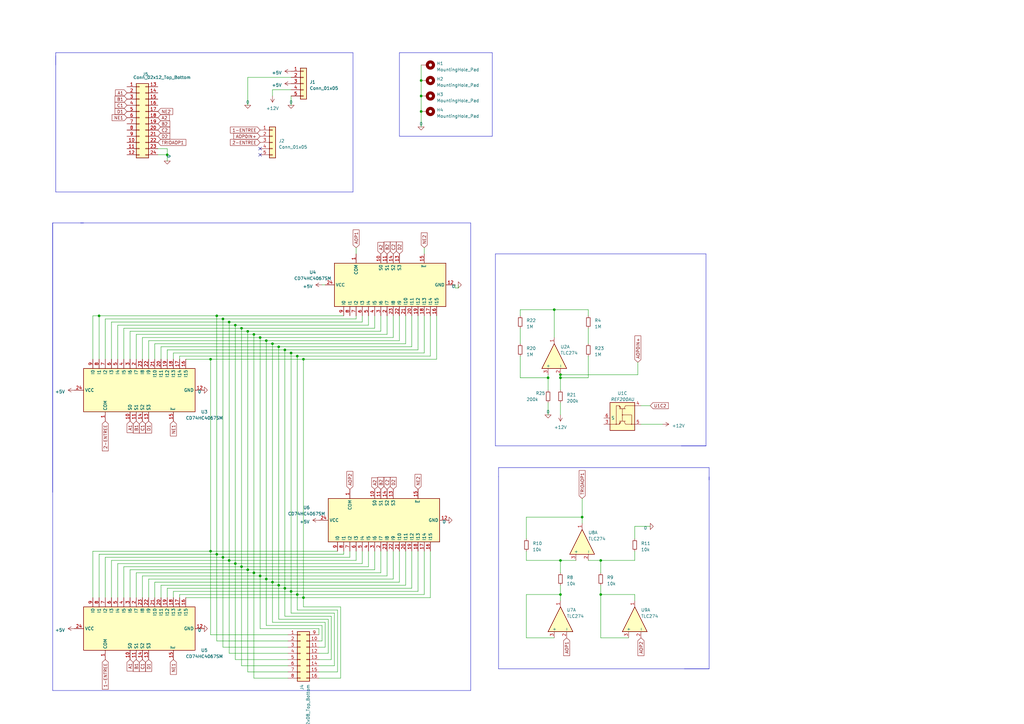
<source format=kicad_sch>
(kicad_sch (version 20230121) (generator eeschema)
  (paper "A3")
  (title_block (title "PCB PEAU") (date "2023-11-14") (rev "1.0"))
  (lib_symbols
    (symbol "74xx:CD74HC4067SM"
      (property "Reference" "U" (at -8.89 22.86 0))
      (property "Value" "CD74HC4067SM" (at 1.27 22.86 0))
      (symbol "CD74HC4067SM_0_1"
        (rectangle (start -8.89 21.59) (end 8.89 -24.13) (stroke (width 0.254)) (fill (type background)))
      )
      (symbol "CD74HC4067SM_1_1"
        (pin passive line (at -12.7 12.7 0) (length 3.81) (name "COM") (number "1"))
        (pin input line (at -12.7 2.54 0) (length 3.81) (name "S0") (number "10"))
        (pin input line (at -12.7 0 0) (length 3.81) (name "S1") (number "11"))
        (pin power_in line (at 0 -27.94 90) (length 3.81) (name "GND") (number "12"))
        (pin input line (at -12.7 -5.08 0) (length 3.81) (name "S3") (number "13"))
        (pin input line (at -12.7 -2.54 0) (length 3.81) (name "S2") (number "14"))
        (pin input line (at -12.7 -15.24 0) (length 3.81) (name "~{E}") (number "15"))
        (pin passive line (at 12.7 -20.32 180) (length 3.81) (name "I15") (number "16"))
        (pin passive line (at 12.7 -17.78 180) (length 3.81) (name "I14") (number "17"))
        (pin passive line (at 12.7 -15.24 180) (length 3.81) (name "I13") (number "18"))
        (pin passive line (at 12.7 -12.7 180) (length 3.81) (name "I12") (number "19"))
        (pin passive line (at 12.7 0 180) (length 3.81) (name "I7") (number "2"))
        (pin passive line (at 12.7 -10.16 180) (length 3.81) (name "I11") (number "20"))
        (pin passive line (at 12.7 -7.62 180) (length 3.81) (name "I10") (number "21"))
        (pin passive line (at 12.7 -5.08 180) (length 3.81) (name "I9") (number "22"))
        (pin passive line (at 12.7 -2.54 180) (length 3.81) (name "I8") (number "23"))
        (pin power_in line (at 0 25.4 270) (length 3.81) (name "VCC") (number "24"))
        (pin passive line (at 12.7 2.54 180) (length 3.81) (name "I6") (number "3"))
        (pin passive line (at 12.7 5.08 180) (length 3.81) (name "I5") (number "4"))
        (pin passive line (at 12.7 7.62 180) (length 3.81) (name "I4") (number "5"))
        (pin passive line (at 12.7 10.16 180) (length 3.81) (name "I3") (number "6"))
        (pin passive line (at 12.7 12.7 180) (length 3.81) (name "I2") (number "7"))
        (pin passive line (at 12.7 15.24 180) (length 3.81) (name "I1") (number "8"))
        (pin passive line (at 12.7 17.78 180) (length 3.81) (name "I0") (number "9"))
      )
    )
    (symbol "Amplifier_Operational:TLC274" (pin_names (offset 0.127))
      (property "Reference" "U" (at 0 5.08 0))
      (property "Value" "TLC274" (at 0 -5.08 0))
      (symbol "TLC274_1_1"
        (polyline (pts (xy -5.08 5.08) (xy 5.08 0) (xy -5.08 -5.08) (xy -5.08 5.08)) (stroke (width 0.254)) (fill (type background)))
        (pin output line (at 7.62 0 180) (length 2.54) (name "~") (number "1"))
        (pin input line (at -7.62 -2.54 0) (length 2.54) (name "-") (number "2"))
        (pin input line (at -7.62 2.54 0) (length 2.54) (name "+") (number "3"))
      )
      (symbol "TLC274_2_1"
        (polyline (pts (xy -5.08 5.08) (xy 5.08 0) (xy -5.08 -5.08) (xy -5.08 5.08)) (stroke (width 0.254)) (fill (type background)))
        (pin input line (at -7.62 2.54 0) (length 2.54) (name "+") (number "5"))
        (pin input line (at -7.62 -2.54 0) (length 2.54) (name "-") (number "6"))
        (pin output line (at 7.62 0 180) (length 2.54) (name "~") (number "7"))
      )
      (symbol "TLC274_3_1"
        (polyline (pts (xy -5.08 5.08) (xy 5.08 0) (xy -5.08 -5.08) (xy -5.08 5.08)) (stroke (width 0.254)) (fill (type background)))
        (pin input line (at -7.62 2.54 0) (length 2.54) (name "+") (number "10"))
        (pin output line (at 7.62 0 180) (length 2.54) (name "~") (number "8"))
        (pin input line (at -7.62 -2.54 0) (length 2.54) (name "-") (number "9"))
      )
      (symbol "TLC274_4_1"
        (polyline (pts (xy -5.08 5.08) (xy 5.08 0) (xy -5.08 -5.08) (xy -5.08 5.08)) (stroke (width 0.254)) (fill (type background)))
        (pin input line (at -7.62 2.54 0) (length 2.54) (name "+") (number "12"))
        (pin input line (at -7.62 -2.54 0) (length 2.54) (name "-") (number "13"))
        (pin output line (at 7.62 0 180) (length 2.54) (name "~") (number "14"))
      )
      (symbol "TLC274_5_1"
        (pin power_in line (at -2.54 -7.62 90) (length 3.81) (name "V-") (number "11"))
        (pin power_in line (at -2.54 7.62 270) (length 3.81) (name "V+") (number "4"))
      )
    )
    (symbol "Connector_Generic:Conn_01x05" (pin_names (offset 1.016) hide)
      (property "Reference" "J" (at 0 7.62 0))
      (property "Value" "Conn_01x05" (at 0 -7.62 0))
      (symbol "Conn_01x05_1_1"
        (rectangle (start -1.27 -4.953) (end 0 -5.207) (stroke (width 0.1524)))
        (rectangle (start -1.27 -2.413) (end 0 -2.667) (stroke (width 0.1524)))
        (rectangle (start -1.27 0.127) (end 0 -0.127) (stroke (width 0.1524)))
        (rectangle (start -1.27 2.667) (end 0 2.413) (stroke (width 0.1524)))
        (rectangle (start -1.27 5.207) (end 0 4.953) (stroke (width 0.1524)))
        (rectangle (start -1.27 6.35) (end 1.27 -6.35) (stroke (width 0.254)) (fill (type background)))
        (pin passive line (at -5.08 5.08 0) (length 3.81) (name "Pin_1") (number "1"))
        (pin passive line (at -5.08 2.54 0) (length 3.81) (name "Pin_2") (number "2"))
        (pin passive line (at -5.08 0 0) (length 3.81) (name "Pin_3") (number "3"))
        (pin passive line (at -5.08 -2.54 0) (length 3.81) (name "Pin_4") (number "4"))
        (pin passive line (at -5.08 -5.08 0) (length 3.81) (name "Pin_5") (number "5"))
      )
    )
    (symbol "Connector_Generic:Conn_02x08_Top_Bottom" (pin_names (offset 1.016) hide)
      (property "Reference" "J" (at 1.27 10.16 0))
      (property "Value" "Conn_02x08_Top_Bottom" (at 1.27 -12.7 0))
      (symbol "Conn_02x08_Top_Bottom_1_1"
        (rectangle (start -1.27 -10.033) (end 0 -10.287) (stroke (width 0.1524)))
        (rectangle (start -1.27 -7.493) (end 0 -7.747) (stroke (width 0.1524)))
        (rectangle (start -1.27 -4.953) (end 0 -5.207) (stroke (width 0.1524)))
        (rectangle (start -1.27 -2.413) (end 0 -2.667) (stroke (width 0.1524)))
        (rectangle (start -1.27 0.127) (end 0 -0.127) (stroke (width 0.1524)))
        (rectangle (start -1.27 2.667) (end 0 2.413) (stroke (width 0.1524)))
        (rectangle (start -1.27 5.207) (end 0 4.953) (stroke (width 0.1524)))
        (rectangle (start -1.27 7.747) (end 0 7.493) (stroke (width 0.1524)))
        (rectangle (start -1.27 8.89) (end 3.81 -11.43) (stroke (width 0.254)) (fill (type background)))
        (rectangle (start 3.81 -10.033) (end 2.54 -10.287) (stroke (width 0.1524)))
        (rectangle (start 3.81 -7.493) (end 2.54 -7.747) (stroke (width 0.1524)))
        (rectangle (start 3.81 -4.953) (end 2.54 -5.207) (stroke (width 0.1524)))
        (rectangle (start 3.81 -2.413) (end 2.54 -2.667) (stroke (width 0.1524)))
        (rectangle (start 3.81 0.127) (end 2.54 -0.127) (stroke (width 0.1524)))
        (rectangle (start 3.81 2.667) (end 2.54 2.413) (stroke (width 0.1524)))
        (rectangle (start 3.81 5.207) (end 2.54 4.953) (stroke (width 0.1524)))
        (rectangle (start 3.81 7.747) (end 2.54 7.493) (stroke (width 0.1524)))
        (pin passive line (at -5.08 7.62 0) (length 3.81) (name "Pin_1") (number "1"))
        (pin passive line (at 7.62 5.08 180) (length 3.81) (name "Pin_10") (number "10"))
        (pin passive line (at 7.62 2.54 180) (length 3.81) (name "Pin_11") (number "11"))
        (pin passive line (at 7.62 0 180) (length 3.81) (name "Pin_12") (number "12"))
        (pin passive line (at 7.62 -2.54 180) (length 3.81) (name "Pin_13") (number "13"))
        (pin passive line (at 7.62 -5.08 180) (length 3.81) (name "Pin_14") (number "14"))
        (pin passive line (at 7.62 -7.62 180) (length 3.81) (name "Pin_15") (number "15"))
        (pin passive line (at 7.62 -10.16 180) (length 3.81) (name "Pin_16") (number "16"))
        (pin passive line (at -5.08 5.08 0) (length 3.81) (name "Pin_2") (number "2"))
        (pin passive line (at -5.08 2.54 0) (length 3.81) (name "Pin_3") (number "3"))
        (pin passive line (at -5.08 0 0) (length 3.81) (name "Pin_4") (number "4"))
        (pin passive line (at -5.08 -2.54 0) (length 3.81) (name "Pin_5") (number "5"))
        (pin passive line (at -5.08 -5.08 0) (length 3.81) (name "Pin_6") (number "6"))
        (pin passive line (at -5.08 -7.62 0) (length 3.81) (name "Pin_7") (number "7"))
        (pin passive line (at -5.08 -10.16 0) (length 3.81) (name "Pin_8") (number "8"))
        (pin passive line (at 7.62 7.62 180) (length 3.81) (name "Pin_9") (number "9"))
      )
    )
    (symbol "Connector_Generic:Conn_02x12_Top_Bottom" (pin_names (offset 1.016) hide)
      (property "Reference" "J" (at 1.27 15.24 0))
      (property "Value" "Conn_02x12_Top_Bottom" (at 1.27 -17.78 0))
      (symbol "Conn_02x12_Top_Bottom_1_1"
        (rectangle (start -1.27 -15.113) (end 0 -15.367) (stroke (width 0.1524)))
        (rectangle (start -1.27 -12.573) (end 0 -12.827) (stroke (width 0.1524)))
        (rectangle (start -1.27 -10.033) (end 0 -10.287) (stroke (width 0.1524)))
        (rectangle (start -1.27 -7.493) (end 0 -7.747) (stroke (width 0.1524)))
        (rectangle (start -1.27 -4.953) (end 0 -5.207) (stroke (width 0.1524)))
        (rectangle (start -1.27 -2.413) (end 0 -2.667) (stroke (width 0.1524)))
        (rectangle (start -1.27 0.127) (end 0 -0.127) (stroke (width 0.1524)))
        (rectangle (start -1.27 2.667) (end 0 2.413) (stroke (width 0.1524)))
        (rectangle (start -1.27 5.207) (end 0 4.953) (stroke (width 0.1524)))
        (rectangle (start -1.27 7.747) (end 0 7.493) (stroke (width 0.1524)))
        (rectangle (start -1.27 10.287) (end 0 10.033) (stroke (width 0.1524)))
        (rectangle (start -1.27 12.827) (end 0 12.573) (stroke (width 0.1524)))
        (rectangle (start -1.27 13.97) (end 3.81 -16.51) (stroke (width 0.254)) (fill (type background)))
        (rectangle (start 3.81 -15.113) (end 2.54 -15.367) (stroke (width 0.1524)))
        (rectangle (start 3.81 -12.573) (end 2.54 -12.827) (stroke (width 0.1524)))
        (rectangle (start 3.81 -10.033) (end 2.54 -10.287) (stroke (width 0.1524)))
        (rectangle (start 3.81 -7.493) (end 2.54 -7.747) (stroke (width 0.1524)))
        (rectangle (start 3.81 -4.953) (end 2.54 -5.207) (stroke (width 0.1524)))
        (rectangle (start 3.81 -2.413) (end 2.54 -2.667) (stroke (width 0.1524)))
        (rectangle (start 3.81 0.127) (end 2.54 -0.127) (stroke (width 0.1524)))
        (rectangle (start 3.81 2.667) (end 2.54 2.413) (stroke (width 0.1524)))
        (rectangle (start 3.81 5.207) (end 2.54 4.953) (stroke (width 0.1524)))
        (rectangle (start 3.81 7.747) (end 2.54 7.493) (stroke (width 0.1524)))
        (rectangle (start 3.81 10.287) (end 2.54 10.033) (stroke (width 0.1524)))
        (rectangle (start 3.81 12.827) (end 2.54 12.573) (stroke (width 0.1524)))
        (pin passive line (at -5.08 12.7 0) (length 3.81) (name "Pin_1") (number "1"))
        (pin passive line (at -5.08 -10.16 0) (length 3.81) (name "Pin_10") (number "10"))
        (pin passive line (at -5.08 -12.7 0) (length 3.81) (name "Pin_11") (number "11"))
        (pin passive line (at -5.08 -15.24 0) (length 3.81) (name "Pin_12") (number "12"))
        (pin passive line (at 7.62 12.7 180) (length 3.81) (name "Pin_13") (number "13"))
        (pin passive line (at 7.62 10.16 180) (length 3.81) (name "Pin_14") (number "14"))
        (pin passive line (at 7.62 7.62 180) (length 3.81) (name "Pin_15") (number "15"))
        (pin passive line (at 7.62 5.08 180) (length 3.81) (name "Pin_16") (number "16"))
        (pin passive line (at 7.62 2.54 180) (length 3.81) (name "Pin_17") (number "17"))
        (pin passive line (at 7.62 0 180) (length 3.81) (name "Pin_18") (number "18"))
        (pin passive line (at 7.62 -2.54 180) (length 3.81) (name "Pin_19") (number "19"))
        (pin passive line (at -5.08 10.16 0) (length 3.81) (name "Pin_2") (number "2"))
        (pin passive line (at 7.62 -5.08 180) (length 3.81) (name "Pin_20") (number "20"))
        (pin passive line (at 7.62 -7.62 180) (length 3.81) (name "Pin_21") (number "21"))
        (pin passive line (at 7.62 -10.16 180) (length 3.81) (name "Pin_22") (number "22"))
        (pin passive line (at 7.62 -12.7 180) (length 3.81) (name "Pin_23") (number "23"))
        (pin passive line (at 7.62 -15.24 180) (length 3.81) (name "Pin_24") (number "24"))
        (pin passive line (at -5.08 7.62 0) (length 3.81) (name "Pin_3") (number "3"))
        (pin passive line (at -5.08 5.08 0) (length 3.81) (name "Pin_4") (number "4"))
        (pin passive line (at -5.08 2.54 0) (length 3.81) (name "Pin_5") (number "5"))
        (pin passive line (at -5.08 0 0) (length 3.81) (name "Pin_6") (number "6"))
        (pin passive line (at -5.08 -2.54 0) (length 3.81) (name "Pin_7") (number "7"))
        (pin passive line (at -5.08 -5.08 0) (length 3.81) (name "Pin_8") (number "8"))
        (pin passive line (at -5.08 -7.62 0) (length 3.81) (name "Pin_9") (number "9"))
      )
    )
    (symbol "Device:R_Small" (pin_numbers hide) (pin_names (offset 0.254) hide)
      (property "Reference" "R" (at 0.762 0.508 0))
      (property "Value" "R_Small" (at 0.762 -1.016 0))
      (symbol "R_Small_0_1"
        (rectangle (start -0.762 1.778) (end 0.762 -1.778) (stroke (width 0.2032)))
      )
      (symbol "R_Small_1_1"
        (pin passive line (at 0 2.54 270) (length 0.762) (name "~") (number "1"))
        (pin passive line (at 0 -2.54 90) (length 0.762) (name "~") (number "2"))
      )
    )
    (symbol "Mechanical:MountingHole_Pad" (pin_numbers hide) (pin_names (offset 1.016) hide)
      (property "Reference" "H" (at 0 6.35 0))
      (property "Value" "MountingHole_Pad" (at 0 4.445 0))
      (symbol "MountingHole_Pad_0_1"
        (circle (center 0 1.27) (radius 1.27) (stroke (width 1.27)))
      )
      (symbol "MountingHole_Pad_1_1"
        (pin input line (at 0 -2.54 90) (length 2.54) (name "1") (number "1"))
      )
    )
    (symbol "Reference_Current:REF200AU"
      (property "Reference" "U" (at -3.175 4.445 0))
      (property "Value" "REF200AU" (at -3.175 2.54 0))
      (symbol "REF200AU_0_1"
        (pin passive line (at 2.54 -7.62 90) (length 2.54) (name "S") (number "6"))
      )
      (symbol "REF200AU_1_1"
        (rectangle (start -2.54 5.08) (end 3.81 -5.08) (stroke (width 0.254)) (fill (type background)))
        (circle (center 0 -0.635) (radius 1.27))
        (polyline (pts (xy -1.143 -2.413) (xy -0.381 -2.413)))
        (polyline (pts (xy -1.016 2.413) (xy -0.254 2.413)))
        (polyline (pts (xy -0.635 2.794) (xy -0.635 2.032)))
        (polyline (pts (xy 0 -1.905) (xy 0 -5.08)))
        (polyline (pts (xy 0 1.397) (xy 0 -1.397)) (stroke (width 0.254)))
        (polyline (pts (xy 0 5.08) (xy 0 1.905)))
        (polyline (pts (xy 0 -1.397) (xy -0.254 -0.889) (xy 0.254 -0.889) (xy 0 -1.397)) (stroke (width 0.254)))
        (circle (center 0 0.635) (radius 1.27))
        (pin passive line (at 0 -7.62 90) (length 2.54) (name "~") (number "1"))
        (pin passive line (at 0 7.62 270) (length 2.54) (name "~") (number "8"))
      )
      (symbol "REF200AU_2_1"
        (rectangle (start -2.54 5.08) (end 3.81 -5.08) (stroke (width 0.254)) (fill (type background)))
        (circle (center 0 -0.635) (radius 1.27))
        (polyline (pts (xy -1.143 -2.413) (xy -0.381 -2.413)))
        (polyline (pts (xy -1.016 2.413) (xy -0.254 2.413)))
        (polyline (pts (xy -0.635 2.794) (xy -0.635 2.032)))
        (polyline (pts (xy 0 -1.905) (xy 0 -5.08)))
        (polyline (pts (xy 0 1.397) (xy 0 -1.397)) (stroke (width 0.254)))
        (polyline (pts (xy 0 5.08) (xy 0 1.905)))
        (polyline (pts (xy 0 -1.397) (xy -0.254 -0.889) (xy 0.254 -0.889) (xy 0 -1.397)) (stroke (width 0.254)))
        (circle (center 0 0.635) (radius 1.27))
        (pin passive line (at 0 -7.62 90) (length 2.54) (name "~") (number "2"))
        (pin passive line (at 0 7.62 270) (length 2.54) (name "~") (number "7"))
      )
      (symbol "REF200AU_3_1"
        (rectangle (start -2.54 5.08) (end 8.89 -5.08) (stroke (width 0.254)) (fill (type background)))
        (circle (center 0 -2.54) (radius 0.1524))
        (polyline (pts (xy 0 3.81) (xy 0 5.08)))
        (polyline (pts (xy 1.27 -1.27) (xy 1.27 1.27)))
        (polyline (pts (xy 1.27 0) (xy 6.35 0)))
        (polyline (pts (xy 6.35 1.27) (xy 6.35 -1.27)))
        (polyline (pts (xy 0 -5.08) (xy 0 -1.27) (xy 1.27 -0.635)))
        (polyline (pts (xy 0 3.81) (xy 3.81 3.81) (xy 3.81 0)))
        (polyline (pts (xy 1.27 0.635) (xy 0 1.27) (xy 0 3.81)))
        (polyline (pts (xy 7.62 5.08) (xy 7.62 1.27) (xy 6.35 0.635)))
        (polyline (pts (xy 0 -1.27) (xy 0.6096 -0.762) (xy 0.762 -1.1176) (xy 0 -1.27)))
        (polyline (pts (xy 6.35 -0.635) (xy 7.62 -1.27) (xy 7.62 -2.54) (xy 0 -2.54)))
        (polyline (pts (xy 7.62 -1.27) (xy 7.0104 -0.762) (xy 6.858 -1.1176) (xy 7.62 -1.27)))
        (circle (center 0 3.81) (radius 0.1524))
        (circle (center 3.81 0) (radius 0.1524))
        (pin passive line (at 0 -7.62 90) (length 2.54) (name "~") (number "3"))
        (pin passive line (at 7.62 7.62 270) (length 2.54) (name "~") (number "4"))
        (pin passive line (at 0 7.62 270) (length 2.54) (name "~") (number "5"))
      )
    )
    (symbol "Simulation_SPICE:0" (power) (pin_names (offset 0))
      (property "Value" "0" (at 0 -1.778 0))
      (symbol "0_0_1"
        (polyline (pts (xy -1.27 0) (xy 0 -1.27) (xy 1.27 0) (xy -1.27 0)))
      )
      (symbol "0_1_1"
        (pin power_in line (at 0 0 0) (length 0) hide (name "0") (number "1"))
      )
    )
    (symbol "power:+12V" (power) (pin_names (offset 0))
      (property "Value" "+12V" (at 0 3.556 0))
      (symbol "+12V_0_1"
        (polyline (pts (xy -0.762 1.27) (xy 0 2.54)))
        (polyline (pts (xy 0 0) (xy 0 2.54)))
        (polyline (pts (xy 0 2.54) (xy 0.762 1.27)))
      )
      (symbol "+12V_1_1"
        (pin power_in line (at 0 0 90) (length 0) hide (name "+12V") (number "1"))
      )
    )
    (symbol "power:+5V" (power) (pin_names (offset 0))
      (property "Value" "+5V" (at 0 3.556 0))
      (symbol "+5V_0_1"
        (polyline (pts (xy -0.762 1.27) (xy 0 2.54)))
        (polyline (pts (xy 0 0) (xy 0 2.54)))
        (polyline (pts (xy 0 2.54) (xy 0.762 1.27)))
      )
      (symbol "+5V_1_1"
        (pin power_in line (at 0 0 90) (length 0) hide (name "+5V") (number "1"))
      )
    )
  )
  (junction (at 88.9 129.54))
  (junction (at 96.52 133.35))
  (junction (at 68.58 63.5))
  (junction (at 229.87 153.67))
  (junction (at 121.92 146.05))
  (junction (at 93.98 229.87))
  (junction (at 114.3 240.03))
  (junction (at 111.76 140.97))
  (junction (at 106.68 138.43))
  (junction (at 116.84 241.3))
  (junction (at 172.72 39.37))
  (junction (at 109.22 237.49))
  (junction (at 119.38 144.78))
  (junction (at 99.06 232.41))
  (junction (at 93.98 132.08))
  (junction (at 114.3 142.24))
  (junction (at 88.9 227.33))
  (junction (at 246.38 229.87))
  (junction (at 101.6 233.68))
  (junction (at 229.87 154.94))
  (junction (at 246.38 243.84))
  (junction (at 172.72 45.72))
  (junction (at 124.46 147.32))
  (junction (at 229.87 243.84))
  (junction (at 121.92 243.84))
  (junction (at 91.44 130.81))
  (junction (at 124.46 245.11))
  (junction (at 86.36 147.32))
  (junction (at 109.22 139.7))
  (junction (at 104.14 137.16))
  (junction (at 86.36 226.06))
  (junction (at 91.44 228.6))
  (junction (at 106.68 236.22))
  (junction (at 99.06 134.62))
  (junction (at 111.76 238.76))
  (junction (at 40.64 129.54))
  (junction (at 172.72 33.02))
  (junction (at 116.84 143.51))
  (junction (at 104.14 234.95))
  (junction (at 101.6 135.89))
  (junction (at 238.76 212.09))
  (junction (at 224.79 154.94))
  (junction (at 229.87 229.87))
  (junction (at 119.38 242.57))
  (junction (at 227.33 127))
  (junction (at 96.52 231.14))
  (no_connect (at 106.68 63.5))
  (no_connect (at 106.68 60.96))
  (wire (pts (xy 121.92 243.84) (xy 173.99 243.84)))
  (wire (pts (xy 166.37 240.03) (xy 166.37 226.06)))
  (wire (pts (xy 55.88 234.95) (xy 104.14 234.95)))
  (wire (pts (xy 138.43 250.19) (xy 138.43 275.59)))
  (wire (pts (xy 53.34 233.68) (xy 101.6 233.68)))
  (wire (pts (xy 109.22 237.49) (xy 161.29 237.49)))
  (wire (pts (xy 60.96 139.7) (xy 109.22 139.7)))
  (wire (pts (xy 133.35 116.84) (xy 132.08 116.84)))
  (wire (pts (xy 116.84 241.3) (xy 168.91 241.3)))
  (wire (pts (xy 50.8 245.11) (xy 50.8 232.41)))
  (wire (pts (xy 73.66 146.05) (xy 121.92 146.05)))
  (wire (pts (xy 143.51 228.6) (xy 143.51 226.06)))
  (wire (pts (xy 91.44 228.6) (xy 91.44 265.43)))
  (wire (pts (xy 139.7 248.92) (xy 139.7 278.13)))
  (wire (pts (xy 114.3 142.24) (xy 168.91 142.24)))
  (wire (pts (xy 171.45 143.51) (xy 171.45 129.54)))
  (wire (pts (xy 121.92 146.05) (xy 121.92 243.84)))
  (wire (pts (xy 114.3 142.24) (xy 114.3 240.03)))
  (wire (pts (xy 111.76 255.27) (xy 133.35 255.27)))
  (wire (pts (xy 45.72 229.87) (xy 93.98 229.87)))
  (wire (pts (xy 238.76 212.09) (xy 238.76 214.63)))
  (wire (pts (xy 119.38 31.75) (xy 101.6 31.75)))
  (wire (pts (xy 124.46 147.32) (xy 179.07 147.32)))
  (wire (pts (xy 114.3 240.03) (xy 166.37 240.03)))
  (wire (pts (xy 187.96 118.11) (xy 186.69 118.11)))
  (wire (pts (xy 99.06 134.62) (xy 99.06 232.41)))
  (wire (pts (xy 260.35 215.9) (xy 266.7 215.9)))
  (wire (pts (xy 71.12 147.32) (xy 71.12 144.78)))
  (wire (pts (xy 64.77 60.96) (xy 68.58 60.96)))
  (wire (pts (xy 121.92 146.05) (xy 176.53 146.05)))
  (polyline (pts (xy 34.29 91.44) (xy 21.59 91.44)))
  (wire (pts (xy 186.69 118.11) (xy 186.69 116.84)))
  (wire (pts (xy 48.26 147.32) (xy 48.26 133.35)))
  (wire (pts (xy 158.75 137.16) (xy 158.75 129.54)))
  (wire (pts (xy 40.64 227.33) (xy 88.9 227.33)))
  (wire (pts (xy 104.14 278.13) (xy 118.11 278.13)))
  (wire (pts (xy 146.05 130.81) (xy 146.05 129.54)))
  (wire (pts (xy 119.38 144.78) (xy 173.99 144.78)))
  (polyline (pts (xy 290.83 274.32) (xy 204.47 274.32)))
  (wire (pts (xy 111.76 36.83) (xy 119.38 36.83)))
  (wire (pts (xy 227.33 261.62) (xy 215.9 261.62)))
  (wire (pts (xy 86.36 147.32) (xy 86.36 226.06)))
  (wire (pts (xy 135.89 270.51) (xy 130.81 270.51)))
  (wire (pts (xy 58.42 245.11) (xy 58.42 236.22)))
  (wire (pts (xy 213.36 127) (xy 227.33 127)))
  (wire (pts (xy 260.35 243.84) (xy 246.38 243.84)))
  (wire (pts (xy 53.34 147.32) (xy 53.34 135.89)))
  (wire (pts (xy 130.81 267.97) (xy 134.62 267.97)))
  (wire (pts (xy 43.18 147.32) (xy 43.18 130.81)))
  (wire (pts (xy 124.46 248.92) (xy 139.7 248.92)))
  (wire (pts (xy 176.53 245.11) (xy 176.53 226.06)))
  (wire (pts (xy 173.99 144.78) (xy 173.99 129.54)))
  (wire (pts (xy 224.79 165.1) (xy 224.79 170.18)))
  (wire (pts (xy 124.46 245.11) (xy 124.46 248.92)))
  (wire (pts (xy 119.38 242.57) (xy 119.38 251.46)))
  (wire (pts (xy 76.2 147.32) (xy 86.36 147.32)))
  (wire (pts (xy 111.76 238.76) (xy 163.83 238.76)))
  (wire (pts (xy 38.1 245.11) (xy 38.1 226.06)))
  (wire (pts (xy 229.87 229.87) (xy 215.9 229.87)))
  (polyline (pts (xy 22.86 78.74) (xy 144.78 78.74)))
  (polyline (pts (xy 201.93 55.88) (xy 163.83 55.88)))
  (wire (pts (xy 104.14 137.16) (xy 104.14 234.95)))
  (wire (pts (xy 68.58 241.3) (xy 116.84 241.3)))
  (wire (pts (xy 73.66 243.84) (xy 121.92 243.84)))
  (wire (pts (xy 93.98 132.08) (xy 148.59 132.08)))
  (wire (pts (xy 121.92 250.19) (xy 138.43 250.19)))
  (wire (pts (xy 215.9 261.62) (xy 215.9 243.84)))
  (wire (pts (xy 101.6 135.89) (xy 156.21 135.89)))
  (wire (pts (xy 114.3 254) (xy 134.62 254)))
  (wire (pts (xy 96.52 231.14) (xy 96.52 270.51)))
  (wire (pts (xy 246.38 261.62) (xy 246.38 243.84)))
  (wire (pts (xy 146.05 229.87) (xy 146.05 226.06)))
  (wire (pts (xy 172.72 33.02) (xy 172.72 39.37)))
  (wire (pts (xy 215.9 220.98) (xy 215.9 212.09)))
  (wire (pts (xy 66.04 147.32) (xy 66.04 142.24)))
  (wire (pts (xy 111.76 238.76) (xy 111.76 255.27)))
  (wire (pts (xy 137.16 273.05) (xy 130.81 273.05)))
  (wire (pts (xy 96.52 133.35) (xy 96.52 231.14)))
  (wire (pts (xy 116.84 241.3) (xy 116.84 252.73)))
  (polyline (pts (xy 193.04 283.21) (xy 21.59 283.21)))
  (wire (pts (xy 132.08 262.89) (xy 130.81 262.89)))
  (wire (pts (xy 91.44 228.6) (xy 143.51 228.6)))
  (wire (pts (xy 76.2 245.11) (xy 124.46 245.11)))
  (wire (pts (xy 172.72 26.67) (xy 172.72 33.02)))
  (wire (pts (xy 96.52 133.35) (xy 151.13 133.35)))
  (wire (pts (xy 104.14 234.95) (xy 104.14 278.13)))
  (wire (pts (xy 58.42 138.43) (xy 106.68 138.43)))
  (wire (pts (xy 241.3 229.87) (xy 246.38 229.87)))
  (wire (pts (xy 63.5 140.97) (xy 111.76 140.97)))
  (wire (pts (xy 229.87 240.03) (xy 229.87 243.84)))
  (wire (pts (xy 172.72 45.72) (xy 172.72 52.07)))
  (wire (pts (xy 172.72 39.37) (xy 172.72 45.72)))
  (polyline (pts (xy 144.78 21.59) (xy 22.86 21.59)))
  (wire (pts (xy 119.38 144.78) (xy 119.38 242.57)))
  (polyline (pts (xy 204.47 274.32) (xy 204.47 195.58)))
  (wire (pts (xy 229.87 229.87) (xy 229.87 234.95)))
  (wire (pts (xy 238.76 204.47) (xy 238.76 212.09)))
  (wire (pts (xy 99.06 134.62) (xy 153.67 134.62)))
  (wire (pts (xy 151.13 226.06) (xy 151.13 232.41)))
  (wire (pts (xy 262.89 173.99) (xy 271.78 173.99)))
  (wire (pts (xy 86.36 147.32) (xy 124.46 147.32)))
  (wire (pts (xy 173.99 101.6) (xy 173.99 104.14)))
  (polyline (pts (xy 201.93 21.59) (xy 201.93 55.88)))
  (wire (pts (xy 148.59 226.06) (xy 148.59 231.14)))
  (wire (pts (xy 63.5 245.11) (xy 63.5 238.76)))
  (wire (pts (xy 148.59 132.08) (xy 148.59 129.54)))
  (wire (pts (xy 241.3 127) (xy 241.3 129.54)))
  (wire (pts (xy 173.99 243.84) (xy 173.99 226.06)))
  (polyline (pts (xy 163.83 21.59) (xy 201.93 21.59)))
  (wire (pts (xy 119.38 251.46) (xy 137.16 251.46)))
  (wire (pts (xy 260.35 229.87) (xy 260.35 226.06)))
  (wire (pts (xy 73.66 245.11) (xy 73.66 243.84)))
  (wire (pts (xy 58.42 236.22) (xy 106.68 236.22)))
  (wire (pts (xy 91.44 130.81) (xy 146.05 130.81)))
  (wire (pts (xy 88.9 227.33) (xy 88.9 262.89)))
  (wire (pts (xy 43.18 245.11) (xy 43.18 228.6)))
  (wire (pts (xy 109.22 237.49) (xy 109.22 256.54)))
  (wire (pts (xy 45.72 245.11) (xy 45.72 229.87)))
  (wire (pts (xy 266.7 166.37) (xy 262.89 166.37)))
  (wire (pts (xy 215.9 243.84) (xy 229.87 243.84)))
  (wire (pts (xy 99.06 232.41) (xy 99.06 273.05)))
  (wire (pts (xy 45.72 147.32) (xy 45.72 132.08)))
  (wire (pts (xy 68.58 147.32) (xy 68.58 143.51)))
  (wire (pts (xy 38.1 226.06) (xy 86.36 226.06)))
  (wire (pts (xy 153.67 129.54) (xy 153.67 134.62)))
  (wire (pts (xy 88.9 227.33) (xy 140.97 227.33)))
  (polyline (pts (xy 203.2 104.14) (xy 289.56 104.14)))
  (wire (pts (xy 229.87 153.67) (xy 229.87 154.94)))
  (wire (pts (xy 261.62 148.59) (xy 261.62 153.67)))
  (wire (pts (xy 50.8 134.62) (xy 99.06 134.62)))
  (wire (pts (xy 66.04 240.03) (xy 114.3 240.03)))
  (polyline (pts (xy 289.56 182.88) (xy 203.2 182.88)))
  (wire (pts (xy 104.14 137.16) (xy 158.75 137.16)))
  (wire (pts (xy 43.18 130.81) (xy 91.44 130.81)))
  (wire (pts (xy 114.3 240.03) (xy 114.3 254)))
  (wire (pts (xy 168.91 142.24) (xy 168.91 129.54)))
  (wire (pts (xy 48.26 133.35) (xy 96.52 133.35)))
  (wire (pts (xy 119.38 39.37) (xy 119.38 43.18)))
  (wire (pts (xy 106.68 236.22) (xy 106.68 257.81)))
  (wire (pts (xy 168.91 241.3) (xy 168.91 226.06)))
  (wire (pts (xy 133.35 265.43) (xy 130.81 265.43)))
  (wire (pts (xy 153.67 233.68) (xy 153.67 226.06)))
  (wire (pts (xy 101.6 233.68) (xy 101.6 135.89)))
  (wire (pts (xy 215.9 229.87) (xy 215.9 226.06)))
  (wire (pts (xy 161.29 237.49) (xy 161.29 226.06)))
  (wire (pts (xy 91.44 130.81) (xy 91.44 228.6)))
  (wire (pts (xy 158.75 236.22) (xy 158.75 226.06)))
  (polyline (pts (xy 33.02 91.44) (xy 193.04 91.44)))
  (wire (pts (xy 55.88 245.11) (xy 55.88 234.95)))
  (wire (pts (xy 45.72 132.08) (xy 93.98 132.08)))
  (wire (pts (xy 43.18 228.6) (xy 91.44 228.6)))
  (wire (pts (xy 48.26 231.14) (xy 96.52 231.14)))
  (wire (pts (xy 227.33 127) (xy 227.33 138.43)))
  (wire (pts (xy 236.22 229.87) (xy 229.87 229.87)))
  (wire (pts (xy 55.88 147.32) (xy 55.88 137.16)))
  (wire (pts (xy 132.08 256.54) (xy 132.08 262.89)))
  (wire (pts (xy 71.12 242.57) (xy 119.38 242.57)))
  (polyline (pts (xy 204.47 191.77) (xy 290.83 191.77)))
  (wire (pts (xy 71.12 144.78) (xy 119.38 144.78)))
  (wire (pts (xy 146.05 101.6) (xy 146.05 104.14)))
  (wire (pts (xy 163.83 139.7) (xy 163.83 129.54)))
  (wire (pts (xy 111.76 140.97) (xy 166.37 140.97)))
  (wire (pts (xy 96.52 231.14) (xy 148.59 231.14)))
  (wire (pts (xy 50.8 147.32) (xy 50.8 134.62)))
  (wire (pts (xy 109.22 139.7) (xy 109.22 237.49)))
  (wire (pts (xy 104.14 234.95) (xy 156.21 234.95)))
  (wire (pts (xy 68.58 60.96) (xy 68.58 63.5)))
  (wire (pts (xy 137.16 251.46) (xy 137.16 273.05)))
  (wire (pts (xy 111.76 39.37) (xy 111.76 36.83)))
  (wire (pts (xy 93.98 229.87) (xy 93.98 267.97)))
  (polyline (pts (xy 279.4 182.88) (xy 289.56 182.88)))
  (wire (pts (xy 86.36 226.06) (xy 86.36 260.35)))
  (wire (pts (xy 224.79 154.94) (xy 224.79 160.02)))
  (polyline (pts (xy 280.67 274.32) (xy 290.83 274.32)))
  (wire (pts (xy 66.04 142.24) (xy 114.3 142.24)))
  (wire (pts (xy 229.87 154.94) (xy 229.87 160.02)))
  (wire (pts (xy 134.62 254) (xy 134.62 267.97)))
  (wire (pts (xy 260.35 246.38) (xy 260.35 243.84)))
  (wire (pts (xy 151.13 129.54) (xy 151.13 133.35)))
  (wire (pts (xy 257.81 261.62) (xy 246.38 261.62)))
  (wire (pts (xy 116.84 252.73) (xy 135.89 252.73)))
  (wire (pts (xy 179.07 147.32) (xy 179.07 129.54)))
  (wire (pts (xy 176.53 146.05) (xy 176.53 129.54)))
  (wire (pts (xy 227.33 127) (xy 241.3 127)))
  (wire (pts (xy 64.77 63.5) (xy 68.58 63.5)))
  (wire (pts (xy 99.06 273.05) (xy 118.11 273.05)))
  (wire (pts (xy 53.34 135.89) (xy 101.6 135.89)))
  (wire (pts (xy 109.22 256.54) (xy 132.08 256.54)))
  (wire (pts (xy 68.58 63.5) (xy 68.58 66.04)))
  (wire (pts (xy 260.35 220.98) (xy 260.35 215.9)))
  (wire (pts (xy 229.87 243.84) (xy 229.87 246.38)))
  (wire (pts (xy 63.5 147.32) (xy 63.5 140.97)))
  (wire (pts (xy 60.96 237.49) (xy 109.22 237.49)))
  (wire (pts (xy 135.89 252.73) (xy 135.89 270.51)))
  (wire (pts (xy 91.44 265.43) (xy 118.11 265.43)))
  (wire (pts (xy 116.84 143.51) (xy 116.84 241.3)))
  (wire (pts (xy 86.36 226.06) (xy 138.43 226.06)))
  (wire (pts (xy 246.38 243.84) (xy 246.38 240.03)))
  (wire (pts (xy 50.8 232.41) (xy 99.06 232.41)))
  (polyline (pts (xy 203.2 182.88) (xy 203.2 104.14)))
  (polyline (pts (xy 21.59 91.44) (xy 21.59 201.93)))
  (wire (pts (xy 86.36 260.35) (xy 118.11 260.35)))
  (wire (pts (xy 121.92 243.84) (xy 121.92 250.19)))
  (wire (pts (xy 130.81 257.81) (xy 130.81 260.35)))
  (wire (pts (xy 138.43 275.59) (xy 130.81 275.59)))
  (wire (pts (xy 60.96 245.11) (xy 60.96 237.49)))
  (polyline (pts (xy 22.86 21.59) (xy 22.86 26.67)))
  (polyline (pts (xy 163.83 21.59) (xy 163.83 55.88)))
  (wire (pts (xy 213.36 129.54) (xy 213.36 127)))
  (wire (pts (xy 246.38 229.87) (xy 246.38 234.95)))
  (wire (pts (xy 140.97 227.33) (xy 140.97 226.06)))
  (wire (pts (xy 124.46 147.32) (xy 124.46 245.11)))
  (wire (pts (xy 88.9 129.54) (xy 140.97 129.54)))
  (wire (pts (xy 68.58 245.11) (xy 68.58 241.3)))
  (wire (pts (xy 96.52 270.51) (xy 118.11 270.51)))
  (wire (pts (xy 63.5 238.76) (xy 111.76 238.76)))
  (polyline (pts (xy 290.83 191.77) (xy 290.83 196.85)))
  (wire (pts (xy 246.38 229.87) (xy 260.35 229.87)))
  (wire (pts (xy 166.37 140.97) (xy 166.37 129.54)))
  (wire (pts (xy 116.84 143.51) (xy 171.45 143.51)))
  (wire (pts (xy 58.42 147.32) (xy 58.42 138.43)))
  (wire (pts (xy 213.36 154.94) (xy 224.79 154.94)))
  (wire (pts (xy 40.64 147.32) (xy 40.64 129.54)))
  (wire (pts (xy 93.98 267.97) (xy 118.11 267.97)))
  (wire (pts (xy 139.7 278.13) (xy 130.81 278.13)))
  (polyline (pts (xy 204.47 195.58) (xy 204.47 191.77)))
  (wire (pts (xy 106.68 138.43) (xy 106.68 236.22)))
  (wire (pts (xy 111.76 140.97) (xy 111.76 238.76)))
  (wire (pts (xy 73.66 147.32) (xy 73.66 146.05)))
  (wire (pts (xy 68.58 143.51) (xy 116.84 143.51)))
  (wire (pts (xy 109.22 139.7) (xy 163.83 139.7)))
  (wire (pts (xy 93.98 132.08) (xy 93.98 229.87)))
  (wire (pts (xy 261.62 153.67) (xy 229.87 153.67)))
  (wire (pts (xy 163.83 238.76) (xy 163.83 226.06)))
  (wire (pts (xy 101.6 31.75) (xy 101.6 43.18)))
  (wire (pts (xy 171.45 242.57) (xy 171.45 226.06)))
  (polyline (pts (xy 21.59 91.44) (xy 21.59 283.21)))
  (wire (pts (xy 88.9 262.89) (xy 118.11 262.89)))
  (wire (pts (xy 215.9 212.09) (xy 238.76 212.09)))
  (polyline (pts (xy 290.83 195.58) (xy 290.83 274.32)))
  (wire (pts (xy 66.04 245.11) (xy 66.04 240.03)))
  (wire (pts (xy 124.46 245.11) (xy 176.53 245.11)))
  (wire (pts (xy 119.38 242.57) (xy 171.45 242.57)))
  (wire (pts (xy 38.1 147.32) (xy 38.1 129.54)))
  (wire (pts (xy 241.3 146.05) (xy 241.3 154.94)))
  (wire (pts (xy 101.6 233.68) (xy 153.67 233.68)))
  (wire (pts (xy 161.29 138.43) (xy 161.29 129.54)))
  (wire (pts (xy 133.35 255.27) (xy 133.35 265.43)))
  (wire (pts (xy 106.68 138.43) (xy 161.29 138.43)))
  (wire (pts (xy 99.06 232.41) (xy 151.13 232.41)))
  (wire (pts (xy 224.79 153.67) (xy 224.79 154.94)))
  (wire (pts (xy 156.21 234.95) (xy 156.21 226.06)))
  (wire (pts (xy 40.64 245.11) (xy 40.64 227.33)))
  (wire (pts (xy 40.64 129.54) (xy 88.9 129.54)))
  (polyline (pts (xy 289.56 104.14) (xy 289.56 182.88)))
  (wire (pts (xy 88.9 129.54) (xy 88.9 227.33)))
  (polyline (pts (xy 22.86 22.86) (xy 22.86 78.74)))
  (wire (pts (xy 241.3 134.62) (xy 241.3 140.97)))
  (wire (pts (xy 213.36 146.05) (xy 213.36 154.94)))
  (polyline (pts (xy 144.78 78.74) (xy 144.78 21.59)))
  (wire (pts (xy 55.88 137.16) (xy 104.14 137.16)))
  (wire (pts (xy 187.96 118.11) (xy 187.96 116.84)))
  (wire (pts (xy 93.98 229.87) (xy 146.05 229.87)))
  (wire (pts (xy 241.3 154.94) (xy 229.87 154.94)))
  (wire (pts (xy 101.6 233.68) (xy 101.6 275.59)))
  (wire (pts (xy 106.68 236.22) (xy 158.75 236.22)))
  (wire (pts (xy 60.96 147.32) (xy 60.96 139.7)))
  (wire (pts (xy 229.87 165.1) (xy 229.87 170.18)))
  (wire (pts (xy 101.6 275.59) (xy 118.11 275.59)))
  (polyline (pts (xy 193.04 91.44) (xy 193.04 283.21)))
  (wire (pts (xy 48.26 245.11) (xy 48.26 231.14)))
  (wire (pts (xy 38.1 129.54) (xy 40.64 129.54)))
  (wire (pts (xy 213.36 134.62) (xy 213.36 140.97)))
  (wire (pts (xy 71.12 245.11) (xy 71.12 242.57)))
  (wire (pts (xy 53.34 245.11) (xy 53.34 233.68)))
  (wire (pts (xy 106.68 257.81) (xy 130.81 257.81)))
  (wire (pts (xy 156.21 135.89) (xy 156.21 129.54)))
  (global_label "NE2" (shape input) (at 171.45 200.66 90) (property "Intersheetrefs" "${INTERSHEET_REFS}" (effects hide)))
  (global_label "C2" (shape input) (at 158.75 200.66 90) (property "Intersheetrefs" "${INTERSHEET_REFS}" (effects hide)))
  (global_label "A1" (shape input) (at 53.34 172.72 270) (property "Intersheetrefs" "${INTERSHEET_REFS}" (effects hide)))
  (global_label "C1" (shape input) (at 58.42 270.51 270) (property "Intersheetrefs" "${INTERSHEET_REFS}" (effects hide)))
  (global_label "AOP2" (shape input) (at 143.51 200.66 90) (property "Intersheetrefs" "${INTERSHEET_REFS}" (effects hide)))
  (global_label "D2" (shape input) (at 161.29 200.66 90) (property "Intersheetrefs" "${INTERSHEET_REFS}" (effects hide)))
  (global_label "2-ENTREE" (shape input) (at 43.18 172.72 270) (property "Intersheetrefs" "${INTERSHEET_REFS}" (effects hide)))
  (global_label "1-ENTREE" (shape input) (at 106.68 53.34 180) (property "Intersheetrefs" "${INTERSHEET_REFS}" (effects hide)))
  (global_label "B1" (shape input) (at 55.88 270.51 270) (property "Intersheetrefs" "${INTERSHEET_REFS}" (effects hide)))
  (global_label "C2" (shape input) (at 64.77 53.34 0) (property "Intersheetrefs" "${INTERSHEET_REFS}" (effects hide)))
  (global_label "AOP1" (shape input) (at 232.41 261.62 270) (property "Intersheetrefs" "${INTERSHEET_REFS}" (effects hide)))
  (global_label "B1" (shape input) (at 55.88 172.72 270) (property "Intersheetrefs" "${INTERSHEET_REFS}" (effects hide)))
  (global_label "AOP0IN+" (shape input) (at 106.68 55.88 180) (property "Intersheetrefs" "${INTERSHEET_REFS}" (effects hide)))
  (global_label "NE2" (shape input) (at 64.77 45.72 0) (property "Intersheetrefs" "${INTERSHEET_REFS}" (effects hide)))
  (global_label "C1" (shape input) (at 58.42 172.72 270) (property "Intersheetrefs" "${INTERSHEET_REFS}" (effects hide)))
  (global_label "D2" (shape input) (at 163.83 104.14 90) (property "Intersheetrefs" "${INTERSHEET_REFS}" (effects hide)))
  (global_label "B2" (shape input) (at 158.75 104.14 90) (property "Intersheetrefs" "${INTERSHEET_REFS}" (effects hide)))
  (global_label "C1" (shape input) (at 52.07 43.18 180) (property "Intersheetrefs" "${INTERSHEET_REFS}" (effects hide)))
  (global_label "AOP2" (shape input) (at 262.89 261.62 270) (property "Intersheetrefs" "${INTERSHEET_REFS}" (effects hide)))
  (global_label "NE1" (shape input) (at 52.07 48.26 180) (property "Intersheetrefs" "${INTERSHEET_REFS}" (effects hide)))
  (global_label "A1" (shape input) (at 52.07 38.1 180) (property "Intersheetrefs" "${INTERSHEET_REFS}" (effects hide)))
  (global_label "D1" (shape input) (at 60.96 270.51 270) (property "Intersheetrefs" "${INTERSHEET_REFS}" (effects hide)))
  (global_label "NE1" (shape input) (at 71.12 172.72 270) (property "Intersheetrefs" "${INTERSHEET_REFS}" (effects hide)))
  (global_label "D1" (shape input) (at 52.07 45.72 180) (property "Intersheetrefs" "${INTERSHEET_REFS}" (effects hide)))
  (global_label "2-ENTREE" (shape input) (at 106.68 58.42 180) (property "Intersheetrefs" "${INTERSHEET_REFS}" (effects hide)))
  (global_label "1-ENTREE" (shape input) (at 43.18 270.51 270) (property "Intersheetrefs" "${INTERSHEET_REFS}" (effects hide)))
  (global_label "NE1" (shape input) (at 71.12 270.51 270) (property "Intersheetrefs" "${INTERSHEET_REFS}" (effects hide)))
  (global_label "AOP1" (shape input) (at 146.05 101.6 90) (property "Intersheetrefs" "${INTERSHEET_REFS}" (effects hide)))
  (global_label "B2" (shape input) (at 64.77 50.8 0) (property "Intersheetrefs" "${INTERSHEET_REFS}" (effects hide)))
  (global_label "B2" (shape input) (at 156.21 200.66 90) (property "Intersheetrefs" "${INTERSHEET_REFS}" (effects hide)))
  (global_label "A2" (shape input) (at 153.67 200.66 90) (property "Intersheetrefs" "${INTERSHEET_REFS}" (effects hide)))
  (global_label "B1" (shape input) (at 52.07 40.64 180) (property "Intersheetrefs" "${INTERSHEET_REFS}" (effects hide)))
  (global_label "TRIOAOP1" (shape input) (at 64.77 58.42 0) (property "Intersheetrefs" "${INTERSHEET_REFS}" (effects hide)))
  (global_label "A1" (shape input) (at 53.34 270.51 270) (property "Intersheetrefs" "${INTERSHEET_REFS}" (effects hide)))
  (global_label "TRIOAOP1" (shape input) (at 238.76 204.47 90) (property "Intersheetrefs" "${INTERSHEET_REFS}" (effects hide)))
  (global_label "NE2" (shape input) (at 173.99 101.6 90) (property "Intersheetrefs" "${INTERSHEET_REFS}" (effects hide)))
  (global_label "D2" (shape input) (at 64.77 55.88 0) (property "Intersheetrefs" "${INTERSHEET_REFS}" (effects hide)))
  (global_label "D1" (shape input) (at 60.96 172.72 270) (property "Intersheetrefs" "${INTERSHEET_REFS}" (effects hide)))
  (global_label "A2" (shape input) (at 64.77 48.26 0) (property "Intersheetrefs" "${INTERSHEET_REFS}" (effects hide)))
  (global_label "AOP0IN+" (shape input) (at 261.62 148.59 90) (property "Intersheetrefs" "${INTERSHEET_REFS}" (effects hide)))
  (global_label "U1C2" (shape input) (at 266.7 166.37 0) (property "Intersheetrefs" "${INTERSHEET_REFS}" (effects hide)))
  (global_label "C2" (shape input) (at 161.29 104.14 90) (property "Intersheetrefs" "${INTERSHEET_REFS}" (effects hide)))
  (global_label "A2" (shape input) (at 156.21 104.14 90) (property "Intersheetrefs" "${INTERSHEET_REFS}" (effects hide)))
  (symbol (lib_id "Mechanical:MountingHole_Pad") (at 175.26 26.67 270) (unit 1)
    (property "Reference" "H1" (at 179.07 26.035 90) (effects (justify left)))
    (property "Value" "MountingHole_Pad" (at 179.07 28.575 90) (effects (justify left)))
    (property "Footprint" "MountingHole:MountingHole_3.2mm_M3_DIN965_Pad" (effects hide))
  )
  (symbol (lib_id "Device:R_Small") (at 229.87 237.49 0) (unit 1)
    (property "Reference" "R8" (at 232.41 236.855 0) (effects (justify left)))
    (property "Value" "10k" (at 232.41 239.395 0) (effects (justify left)))
  )
  (symbol (lib_id "Device:R_Small") (at 224.79 162.56 0) (unit 1)
    (property "Reference" "R25" (at 219.71 161.29 0) (effects (justify left)))
    (property "Value" "200k" (at 215.9 163.83 0) (effects (justify left)))
  )
  (symbol (lib_id "74xx:CD74HC4067SM") (at 55.88 160.02 90) (unit 1)
    (property "Reference" "U3" (at 83.82 168.91 90))
    (property "Value" "CD74HC4067SM" (at 83.82 171.45 90))
    (property "Footprint" "Package_SO:SSOP-24_5.3x8.2mm_P0.65mm" (effects hide))
    (property "Datasheet" "http://www.ti.com/lit/ds/symlink/cd74hc4067.pdf" (effects hide))
  )
  (symbol (lib_id "Device:R_Small") (at 246.38 237.49 0) (unit 1)
    (property "Reference" "R9" (at 248.92 236.855 0) (effects (justify left)))
    (property "Value" "10k" (at 248.92 239.395 0) (effects (justify left)))
  )
  (symbol (lib_id "Amplifier_Operational:TLC274") (at 260.35 254 90) (unit 1)
    (property "Reference" "U9" (at 262.89 250.19 90) (effects (justify right)))
    (property "Value" "TLC274" (at 262.89 252.73 90) (effects (justify right)))
    (property "Datasheet" "http://www.ti.com/lit/ds/symlink/tlc274.pdf" (effects hide))
  )
  (symbol (lib_id "power:+5V") (at 130.81 213.36 90) (unit 1)
    (property "Reference" "#PWR06" (effects hide))
    (property "Value" "+5V" (at 127 213.995 90) (effects (justify left)))
  )
  (symbol (lib_id "Simulation_SPICE:0") (at 83.82 160.02 90) (unit 1)
    (property "Reference" "#GND02" (effects hide))
    (property "Value" "0" (at 82.55 160.655 90) (effects (justify left)))
  )
  (symbol (lib_id "Mechanical:MountingHole_Pad") (at 175.26 39.37 270) (unit 1)
    (property "Reference" "H3" (at 179.07 38.735 90) (effects (justify left)))
    (property "Value" "MountingHole_Pad" (at 179.07 41.275 90) (effects (justify left)))
    (property "Footprint" "MountingHole:MountingHole_3.2mm_M3_DIN965_Pad" (effects hide))
  )
  (symbol (lib_id "Mechanical:MountingHole_Pad") (at 175.26 45.72 270) (unit 1)
    (property "Reference" "H4" (at 179.07 45.085 90) (effects (justify left)))
    (property "Value" "MountingHole_Pad" (at 179.07 47.625 90) (effects (justify left)))
    (property "Footprint" "MountingHole:MountingHole_3.2mm_M3_DIN965_Pad" (effects hide))
  )
  (symbol (lib_id "power:+5V") (at 132.08 116.84 90) (unit 1)
    (property "Reference" "#PWR04" (effects hide))
    (property "Value" "+5V" (at 128.27 117.475 90) (effects (justify left)))
  )
  (symbol (lib_id "power:+5V") (at 119.38 34.29 90) (unit 1)
    (property "Reference" "#PWR09" (effects hide))
    (property "Value" "+5V" (at 115.57 34.925 90) (effects (justify left)))
  )
  (symbol (lib_id "power:+12V") (at 229.87 170.18 180) (unit 1)
    (property "Reference" "#PWR01" (effects hide))
    (property "Value" "+12V" (at 229.87 175.26 0))
  )
  (symbol (lib_id "Amplifier_Operational:TLC274") (at 227.33 146.05 90) (unit 1)
    (property "Reference" "U2" (at 229.87 142.24 90) (effects (justify right)))
    (property "Value" "TLC274" (at 229.87 144.78 90) (effects (justify right)))
    (property "Datasheet" "http://www.ti.com/lit/ds/symlink/tlc274.pdf" (effects hide))
  )
  (symbol (lib_id "Simulation_SPICE:0") (at 101.6 43.18 0) (unit 1)
    (property "Reference" "#GND09" (effects hide))
    (property "Value" "0" (at 101.6 41.91 0))
  )
  (symbol (lib_id "Simulation_SPICE:0") (at 266.7 215.9 90) (unit 1)
    (property "Reference" "#GND08" (effects hide))
    (property "Value" "0" (at 265.43 216.535 90) (effects (justify left)))
  )
  (symbol (lib_id "Amplifier_Operational:TLC274") (at 238.76 222.25 90) (unit 1)
    (property "Reference" "U8" (at 241.3 218.44 90) (effects (justify right)))
    (property "Value" "TLC274" (at 241.3 220.98 90) (effects (justify right)))
    (property "Datasheet" "http://www.ti.com/lit/ds/symlink/tlc274.pdf" (effects hide))
  )
  (symbol (lib_id "Simulation_SPICE:0") (at 224.79 170.18 0) (unit 1)
    (property "Reference" "#GND01" (effects hide))
    (property "Value" "0" (at 224.79 168.91 0))
  )
  (symbol (lib_id "Connector_Generic:Conn_01x05") (at 124.46 34.29 0) (unit 1)
    (property "Reference" "J1" (at 127 33.655 0) (effects (justify left)))
    (property "Value" "Conn_01x05" (at 127 36.195 0) (effects (justify left)))
    (property "Footprint" "Connector_JST:JST_EH_B5B-EH-A_1x05_P2.50mm_Vertical" (effects hide))
  )
  (symbol (lib_id "Simulation_SPICE:0") (at 83.82 257.81 90) (unit 1)
    (property "Reference" "#GND06" (effects hide))
    (property "Value" "0" (at 82.55 258.445 90) (effects (justify left)))
  )
  (symbol (lib_id "Connector_Generic:Conn_02x12_Top_Bottom") (at 57.15 48.26 0) (unit 1)
    (property "Reference" "J5" (at 58.42 30.48 0) (effects (justify left)))
    (property "Value" "Conn_02x12_Top_Bottom" (at 54.61 31.75 0) (effects (justify left)))
  )
  (symbol (lib_id "Simulation_SPICE:0") (at 184.15 213.36 90) (unit 1)
    (property "Reference" "#GND07" (effects hide))
    (property "Value" "0" (at 182.88 213.995 90) (effects (justify left)))
  )
  (symbol (lib_id "Mechanical:MountingHole_Pad") (at 175.26 33.02 270) (unit 1)
    (property "Reference" "H2" (at 179.07 32.385 90) (effects (justify left)))
    (property "Value" "MountingHole_Pad" (at 179.07 34.925 90) (effects (justify left)))
    (property "Footprint" "MountingHole:MountingHole_3.2mm_M3_DIN965_Pad" (effects hide))
  )
  (symbol (lib_id "Device:R_Small") (at 215.9 223.52 0) (unit 1)
    (property "Reference" "R10" (at 218.44 222.885 0) (effects (justify left)))
    (property "Value" "10k" (at 218.44 225.425 0) (effects (justify left)))
  )
  (symbol (lib_id "power:+5V") (at 119.38 29.21 90) (unit 1)
    (property "Reference" "#PWR07" (effects hide))
    (property "Value" "+5V" (at 115.57 29.845 90) (effects (justify left)))
  )
  (symbol (lib_id "Simulation_SPICE:0") (at 172.72 52.07 0) (unit 1)
    (property "Reference" "#GND012" (effects hide))
    (property "Value" "0" (at 172.72 50.8 0))
  )
  (symbol (lib_id "power:+12V") (at 111.76 39.37 180) (unit 1)
    (property "Reference" "#PWR08" (effects hide))
    (property "Value" "+12V" (at 111.76 44.45 0))
  )
  (symbol (lib_id "Simulation_SPICE:0") (at 119.38 43.18 0) (unit 1)
    (property "Reference" "#GND010" (effects hide))
    (property "Value" "0" (at 119.38 41.91 0))
  )
  (symbol (lib_id "power:+5V") (at 30.48 160.02 90) (unit 1)
    (property "Reference" "#PWR03" (effects hide))
    (property "Value" "+5V" (at 26.67 160.655 90) (effects (justify left)))
  )
  (symbol (lib_id "74xx:CD74HC4067SM") (at 55.88 257.81 90) (unit 1)
    (property "Reference" "U5" (at 83.82 266.7 90))
    (property "Value" "CD74HC4067SM" (at 83.82 269.24 90))
    (property "Footprint" "Package_SO:SSOP-24_5.3x8.2mm_P0.65mm" (effects hide))
    (property "Datasheet" "http://www.ti.com/lit/ds/symlink/cd74hc4067.pdf" (effects hide))
  )
  (symbol (lib_id "Connector_Generic:Conn_02x08_Top_Bottom") (at 123.19 267.97 0) (unit 1)
    (property "Reference" "J4" (at 123.825 280.67 90) (effects (justify right)))
    (property "Value" "Conn_02x08_Top_Bottom" (at 126.365 280.67 90) (effects (justify right)))
  )
  (symbol (lib_id "power:+12V") (at 271.78 173.99 270) (unit 1)
    (property "Reference" "#PWR02" (effects hide))
    (property "Value" "+12V" (at 275.59 174.625 90) (effects (justify left)))
  )
  (symbol (lib_id "Device:R_Small") (at 213.36 143.51 0) (unit 1)
    (property "Reference" "R20" (at 215.9 142.875 0) (effects (justify left)))
    (property "Value" "1M" (at 215.9 145.415 0) (effects (justify left)))
  )
  (symbol (lib_id "Device:R_Small") (at 241.3 132.08 0) (unit 1)
    (property "Reference" "R4" (at 243.84 131.445 0) (effects (justify left)))
    (property "Value" "1M" (at 243.84 133.985 0) (effects (justify left)))
  )
  (symbol (lib_id "Connector_Generic:Conn_01x05") (at 111.76 58.42 0) (unit 1)
    (property "Reference" "J2" (at 114.3 57.785 0) (effects (justify left)))
    (property "Value" "Conn_01x05" (at 114.3 60.325 0) (effects (justify left)))
    (property "Footprint" "Connector_JST:JST_EH_B5B-EH-A_1x05_P2.50mm_Vertical" (effects hide))
  )
  (symbol (lib_id "power:+5V") (at 30.48 257.81 90) (unit 1)
    (property "Reference" "#PWR05" (effects hide))
    (property "Value" "+5V" (at 26.67 258.445 90) (effects (justify left)))
  )
  (symbol (lib_id "Simulation_SPICE:0") (at 68.58 66.04 0) (mirror y) (unit 1)
    (property "Reference" "#GND03" (effects hide))
    (property "Value" "0" (at 69.215 64.77 90) (effects (justify left)))
  )
  (symbol (lib_id "Device:R_Small") (at 229.87 162.56 0) (unit 1)
    (property "Reference" "R21" (at 232.41 161.925 0) (effects (justify left)))
    (property "Value" "200k" (at 232.41 164.465 0) (effects (justify left)))
  )
  (symbol (lib_id "74xx:CD74HC4067SM") (at 158.75 116.84 90) (mirror x) (unit 1)
    (property "Reference" "U4" (at 128.27 111.6583 90))
    (property "Value" "CD74HC4067SM" (at 128.27 114.1983 90))
    (property "Footprint" "Package_SO:SSOP-24_5.3x8.2mm_P0.65mm" (effects hide))
    (property "Datasheet" "http://www.ti.com/lit/ds/symlink/cd74hc4067.pdf" (effects hide))
  )
  (symbol (lib_id "74xx:CD74HC4067SM") (at 156.21 213.36 90) (mirror x) (unit 1)
    (property "Reference" "U6" (at 125.73 208.1783 90))
    (property "Value" "CD74HC4067SM" (at 125.73 210.7183 90))
    (property "Footprint" "Package_SO:SSOP-24_5.3x8.2mm_P0.65mm" (effects hide))
    (property "Datasheet" "http://www.ti.com/lit/ds/symlink/cd74hc4067.pdf" (effects hide))
  )
  (symbol (lib_id "Device:R_Small") (at 213.36 132.08 0) (unit 1)
    (property "Reference" "R22" (at 215.9 131.445 0) (effects (justify left)))
    (property "Value" "1M" (at 215.9 133.985 0) (effects (justify left)))
  )
  (symbol (lib_id "Amplifier_Operational:TLC274") (at 229.87 254 90) (unit 1)
    (property "Reference" "U7" (at 232.41 250.19 90) (effects (justify right)))
    (property "Value" "TLC274" (at 232.41 252.73 90) (effects (justify right)))
    (property "Datasheet" "http://www.ti.com/lit/ds/symlink/tlc274.pdf" (effects hide))
  )
  (symbol (lib_id "Simulation_SPICE:0") (at 187.96 116.84 90) (unit 1)
    (property "Reference" "#GND04" (effects hide))
    (property "Value" "0" (at 186.69 117.475 90) (effects (justify left)))
  )
  (symbol (lib_id "Device:R_Small") (at 241.3 143.51 0) (unit 1)
    (property "Reference" "R23" (at 243.84 142.875 0) (effects (justify left)))
    (property "Value" "1M" (at 243.84 145.415 0) (effects (justify left)))
  )
  (symbol (lib_id "Reference_Current:REF200AU") (at 255.27 173.99 270) (mirror x) (unit 3)
    (property "Reference" "U1" (at 255.27 161.29 90))
    (property "Value" "REF200AU" (at 255.27 163.83 90) (effects (font italic)))
    (property "Footprint" "Package_SO:SOIC-8_3.9x4.9mm_P1.27mm" (effects hide))
    (property "Datasheet" "www.ti.com/lit/ds/symlink/ref200.pdf" (effects hide))
  )
  (symbol (lib_id "Device:R_Small") (at 260.35 223.52 0) (unit 1)
    (property "Reference" "R11" (at 262.89 222.885 0) (effects (justify left)))
    (property "Value" "10k" (at 262.89 225.425 0) (effects (justify left)))
  )
)
</source>
